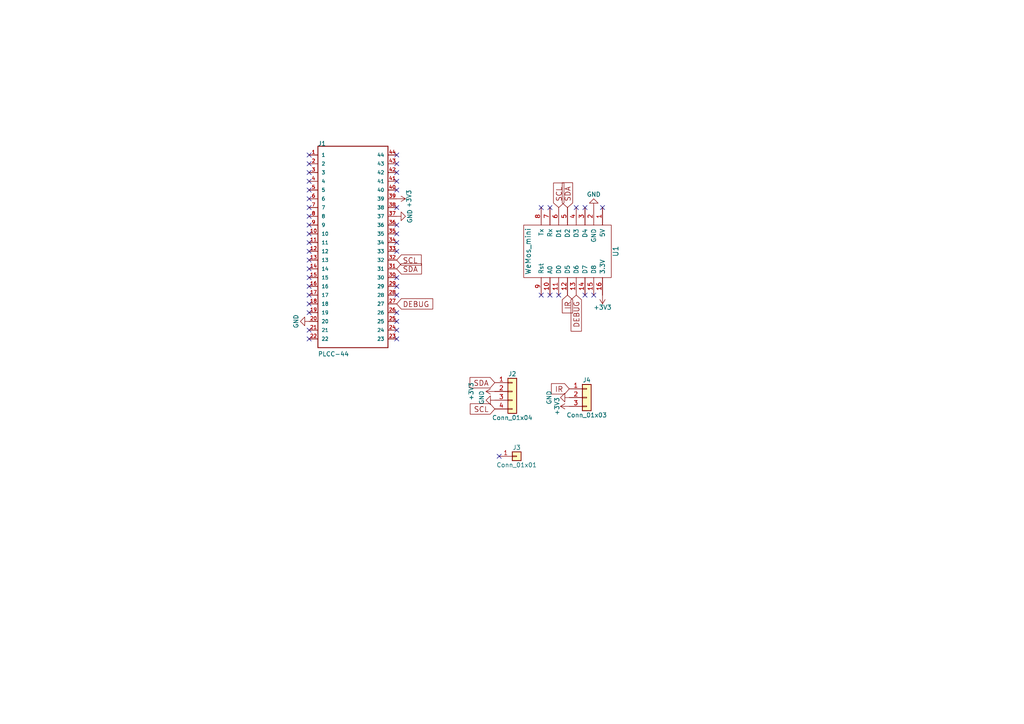
<source format=kicad_sch>
(kicad_sch (version 20230121) (generator eeschema)
  (paper "A4")
  (lib_symbols
    (symbol "EspToGbs-rescue:+3.3V" (power) (pin_names (offset 0))
      (property "Value" "+3.3V" (at 0 3.556 0))
      (symbol "+3.3V_0_1"
        (polyline (pts (xy -0.762 1.27) (xy 0 2.54)))
        (polyline (pts (xy 0 0) (xy 0 2.54)))
        (polyline (pts (xy 0 2.54) (xy 0.762 1.27)))
      )
      (symbol "+3.3V_1_1"
        (pin power_in line (at 0 0 90) (length 0) hide (name "+3V3") (number "1"))
      )
    )
    (symbol "EspToGbs-rescue:Conn_01x01" (pin_names (offset 1.016) hide)
      (property "Reference" "J" (at 0 2.54 0))
      (property "Value" "Conn_01x01" (at 0 -2.54 0))
      (symbol "Conn_01x01_1_1"
        (rectangle (start -1.27 0.127) (end 0 -0.127) (stroke (width 0.1524)))
        (rectangle (start -1.27 1.27) (end 1.27 -1.27) (stroke (width 0.254)) (fill (type background)))
        (pin passive line (at -5.08 0 0) (length 3.81) (name "Pin_1") (number "1"))
      )
    )
    (symbol "EspToGbs-rescue:Conn_01x03" (pin_names (offset 1.016) hide)
      (property "Reference" "J" (at 0 5.08 0))
      (property "Value" "Conn_01x03" (at 0 -5.08 0))
      (symbol "Conn_01x03_1_1"
        (rectangle (start -1.27 -2.413) (end 0 -2.667) (stroke (width 0.1524)))
        (rectangle (start -1.27 0.127) (end 0 -0.127) (stroke (width 0.1524)))
        (rectangle (start -1.27 2.667) (end 0 2.413) (stroke (width 0.1524)))
        (rectangle (start -1.27 3.81) (end 1.27 -3.81) (stroke (width 0.254)) (fill (type background)))
        (pin passive line (at -5.08 2.54 0) (length 3.81) (name "Pin_1") (number "1"))
        (pin passive line (at -5.08 0 0) (length 3.81) (name "Pin_2") (number "2"))
        (pin passive line (at -5.08 -2.54 0) (length 3.81) (name "Pin_3") (number "3"))
      )
    )
    (symbol "EspToGbs-rescue:Conn_01x04" (pin_names (offset 1.016) hide)
      (property "Reference" "J" (at 0 5.08 0))
      (property "Value" "Conn_01x04" (at 0 -7.62 0))
      (symbol "Conn_01x04_1_1"
        (rectangle (start -1.27 -4.953) (end 0 -5.207) (stroke (width 0.1524)))
        (rectangle (start -1.27 -2.413) (end 0 -2.667) (stroke (width 0.1524)))
        (rectangle (start -1.27 0.127) (end 0 -0.127) (stroke (width 0.1524)))
        (rectangle (start -1.27 2.667) (end 0 2.413) (stroke (width 0.1524)))
        (rectangle (start -1.27 3.81) (end 1.27 -6.35) (stroke (width 0.254)) (fill (type background)))
        (pin passive line (at -5.08 2.54 0) (length 3.81) (name "Pin_1") (number "1"))
        (pin passive line (at -5.08 0 0) (length 3.81) (name "Pin_2") (number "2"))
        (pin passive line (at -5.08 -2.54 0) (length 3.81) (name "Pin_3") (number "3"))
        (pin passive line (at -5.08 -5.08 0) (length 3.81) (name "Pin_4") (number "4"))
      )
    )
    (symbol "EspToGbs-rescue:GND" (power) (pin_names (offset 0))
      (property "Value" "GND" (at 0 -3.81 0))
      (symbol "GND_0_1"
        (polyline (pts (xy 0 0) (xy 0 -1.27) (xy 1.27 -1.27) (xy 0 -2.54) (xy -1.27 -1.27) (xy 0 -1.27)))
      )
      (symbol "GND_1_1"
        (pin power_in line (at 0 0 270) (length 0) hide (name "GND") (number "1"))
      )
    )
    (symbol "PLCC-44_1" (pin_names (offset 1.016))
      (property "Reference" "J" (at -10.1854 27.9908 0))
      (property "Value" "PLCC-44" (at -10.16 -33.0454 0))
      (symbol "PLCC-44_1_0_0"
        (polyline (pts (xy -10.16 -30.48) (xy 10.16 -30.48)) (stroke (width 0.254)))
        (polyline (pts (xy -10.16 27.94) (xy -10.16 -30.48)) (stroke (width 0.254)))
        (polyline (pts (xy 10.16 -30.48) (xy 10.16 27.94)) (stroke (width 0.254)))
        (polyline (pts (xy 10.16 27.94) (xy -10.16 27.94)) (stroke (width 0.254)))
        (pin passive line (at -12.7 25.4 0) (length 2.54) (name "1") (number "1"))
        (pin passive line (at -12.7 2.54 0) (length 2.54) (name "10") (number "10"))
        (pin passive line (at -12.7 0 0) (length 2.54) (name "11") (number "11"))
        (pin passive line (at -12.7 -2.54 0) (length 2.54) (name "12") (number "12"))
        (pin passive line (at -12.7 -5.08 0) (length 2.54) (name "13") (number "13"))
        (pin passive line (at -12.7 -7.62 0) (length 2.54) (name "14") (number "14"))
        (pin passive line (at -12.7 -10.16 0) (length 2.54) (name "15") (number "15"))
        (pin passive line (at -12.7 -12.7 0) (length 2.54) (name "16") (number "16"))
        (pin passive line (at -12.7 -15.24 0) (length 2.54) (name "17") (number "17"))
        (pin passive line (at -12.7 -17.78 0) (length 2.54) (name "18") (number "18"))
        (pin passive line (at -12.7 -20.32 0) (length 2.54) (name "19") (number "19"))
        (pin passive line (at -12.7 22.86 0) (length 2.54) (name "2") (number "2"))
        (pin passive line (at -12.7 -22.86 0) (length 2.54) (name "20") (number "20"))
        (pin passive line (at -12.7 -25.4 0) (length 2.54) (name "21") (number "21"))
        (pin passive line (at -12.7 -27.94 0) (length 2.54) (name "22") (number "22"))
        (pin passive line (at 12.7 -27.94 180) (length 2.54) (name "23") (number "23"))
        (pin passive line (at 12.7 -25.4 180) (length 2.54) (name "24") (number "24"))
        (pin passive line (at 12.7 -22.86 180) (length 2.54) (name "25") (number "25"))
        (pin passive line (at 12.7 -20.32 180) (length 2.54) (name "26") (number "26"))
        (pin passive line (at 12.7 -17.78 180) (length 2.54) (name "27") (number "27"))
        (pin passive line (at 12.7 -15.24 180) (length 2.54) (name "28") (number "28"))
        (pin passive line (at 12.7 -12.7 180) (length 2.54) (name "29") (number "29"))
        (pin passive line (at -12.7 20.32 0) (length 2.54) (name "3") (number "3"))
        (pin passive line (at 12.7 -10.16 180) (length 2.54) (name "30") (number "30"))
        (pin passive line (at 12.7 -7.62 180) (length 2.54) (name "31") (number "31"))
        (pin passive line (at 12.7 -5.08 180) (length 2.54) (name "32") (number "32"))
        (pin passive line (at 12.7 -2.54 180) (length 2.54) (name "33") (number "33"))
        (pin passive line (at 12.7 0 180) (length 2.54) (name "34") (number "34"))
        (pin passive line (at 12.7 2.54 180) (length 2.54) (name "35") (number "35"))
        (pin passive line (at 12.7 5.08 180) (length 2.54) (name "36") (number "36"))
        (pin passive line (at 12.7 7.62 180) (length 2.54) (name "37") (number "37"))
        (pin passive line (at 12.7 10.16 180) (length 2.54) (name "38") (number "38"))
        (pin passive line (at 12.7 12.7 180) (length 2.54) (name "39") (number "39"))
        (pin passive line (at -12.7 17.78 0) (length 2.54) (name "4") (number "4"))
        (pin passive line (at 12.7 15.24 180) (length 2.54) (name "40") (number "40"))
        (pin passive line (at 12.7 17.78 180) (length 2.54) (name "41") (number "41"))
        (pin passive line (at 12.7 20.32 180) (length 2.54) (name "42") (number "42"))
        (pin passive line (at 12.7 22.86 180) (length 2.54) (name "43") (number "43"))
        (pin passive line (at 12.7 25.4 180) (length 2.54) (name "44") (number "44"))
        (pin passive line (at -12.7 15.24 0) (length 2.54) (name "5") (number "5"))
        (pin passive line (at -12.7 12.7 0) (length 2.54) (name "6") (number "6"))
        (pin passive line (at -12.7 10.16 0) (length 2.54) (name "7") (number "7"))
        (pin passive line (at -12.7 7.62 0) (length 2.54) (name "8") (number "8"))
        (pin passive line (at -12.7 5.08 0) (length 2.54) (name "9") (number "9"))
      )
    )
    (symbol "PLCC-44_2" (pin_names (offset 1.016))
      (property "Reference" "J" (at -10.1854 27.9908 0))
      (property "Value" "PLCC-44" (at -10.16 -33.0454 0))
      (symbol "PLCC-44_2_0_0"
        (polyline (pts (xy -10.16 -30.48) (xy 10.16 -30.48)) (stroke (width 0.254)))
        (polyline (pts (xy -10.16 27.94) (xy -10.16 -30.48)) (stroke (width 0.254)))
        (polyline (pts (xy 10.16 -30.48) (xy 10.16 27.94)) (stroke (width 0.254)))
        (polyline (pts (xy 10.16 27.94) (xy -10.16 27.94)) (stroke (width 0.254)))
        (pin passive line (at -12.7 25.4 0) (length 2.54) (name "1") (number "1"))
        (pin passive line (at -12.7 2.54 0) (length 2.54) (name "10") (number "10"))
        (pin passive line (at -12.7 0 0) (length 2.54) (name "11") (number "11"))
        (pin passive line (at -12.7 -2.54 0) (length 2.54) (name "12") (number "12"))
        (pin passive line (at -12.7 -5.08 0) (length 2.54) (name "13") (number "13"))
        (pin passive line (at -12.7 -7.62 0) (length 2.54) (name "14") (number "14"))
        (pin passive line (at -12.7 -10.16 0) (length 2.54) (name "15") (number "15"))
        (pin passive line (at -12.7 -12.7 0) (length 2.54) (name "16") (number "16"))
        (pin passive line (at -12.7 -15.24 0) (length 2.54) (name "17") (number "17"))
        (pin passive line (at -12.7 -17.78 0) (length 2.54) (name "18") (number "18"))
        (pin passive line (at -12.7 -20.32 0) (length 2.54) (name "19") (number "19"))
        (pin passive line (at -12.7 22.86 0) (length 2.54) (name "2") (number "2"))
        (pin passive line (at -12.7 -22.86 0) (length 2.54) (name "20") (number "20"))
        (pin passive line (at -12.7 -25.4 0) (length 2.54) (name "21") (number "21"))
        (pin passive line (at -12.7 -27.94 0) (length 2.54) (name "22") (number "22"))
        (pin passive line (at 12.7 -27.94 180) (length 2.54) (name "23") (number "23"))
        (pin passive line (at 12.7 -25.4 180) (length 2.54) (name "24") (number "24"))
        (pin passive line (at 12.7 -22.86 180) (length 2.54) (name "25") (number "25"))
        (pin passive line (at 12.7 -20.32 180) (length 2.54) (name "26") (number "26"))
        (pin passive line (at 12.7 -17.78 180) (length 2.54) (name "27") (number "27"))
        (pin passive line (at 12.7 -15.24 180) (length 2.54) (name "28") (number "28"))
        (pin passive line (at 12.7 -12.7 180) (length 2.54) (name "29") (number "29"))
        (pin passive line (at -12.7 20.32 0) (length 2.54) (name "3") (number "3"))
        (pin passive line (at 12.7 -10.16 180) (length 2.54) (name "30") (number "30"))
        (pin passive line (at 12.7 -7.62 180) (length 2.54) (name "31") (number "31"))
        (pin passive line (at 12.7 -5.08 180) (length 2.54) (name "32") (number "32"))
        (pin passive line (at 12.7 -2.54 180) (length 2.54) (name "33") (number "33"))
        (pin passive line (at 12.7 0 180) (length 2.54) (name "34") (number "34"))
        (pin passive line (at 12.7 2.54 180) (length 2.54) (name "35") (number "35"))
        (pin passive line (at 12.7 5.08 180) (length 2.54) (name "36") (number "36"))
        (pin passive line (at 12.7 7.62 180) (length 2.54) (name "37") (number "37"))
        (pin passive line (at 12.7 10.16 180) (length 2.54) (name "38") (number "38"))
        (pin passive line (at 12.7 12.7 180) (length 2.54) (name "39") (number "39"))
        (pin passive line (at -12.7 17.78 0) (length 2.54) (name "4") (number "4"))
        (pin passive line (at 12.7 15.24 180) (length 2.54) (name "40") (number "40"))
        (pin passive line (at 12.7 17.78 180) (length 2.54) (name "41") (number "41"))
        (pin passive line (at 12.7 20.32 180) (length 2.54) (name "42") (number "42"))
        (pin passive line (at 12.7 22.86 180) (length 2.54) (name "43") (number "43"))
        (pin passive line (at 12.7 25.4 180) (length 2.54) (name "44") (number "44"))
        (pin passive line (at -12.7 15.24 0) (length 2.54) (name "5") (number "5"))
        (pin passive line (at -12.7 12.7 0) (length 2.54) (name "6") (number "6"))
        (pin passive line (at -12.7 10.16 0) (length 2.54) (name "7") (number "7"))
        (pin passive line (at -12.7 7.62 0) (length 2.54) (name "8") (number "8"))
        (pin passive line (at -12.7 5.08 0) (length 2.54) (name "9") (number "9"))
      )
    )
    (symbol "wemos_mini:WeMos_mini" (pin_names (offset 1.016))
      (property "Reference" "U" (at 0 12.7 0))
      (property "Value" "WeMos_mini" (at 0 -12.7 0))
      (property "Datasheet" "http://www.wemos.cc/Products/d1_mini.html" (at 13.97 -17.78 0))
      (symbol "WeMos_mini_0_1"
        (rectangle (start -7.62 11.43) (end 7.62 -13.97))
      )
      (symbol "WeMos_mini_1_1"
        (pin power_in line (at -12.7 8.89 0) (length 5.08) (name "5V") (number "1"))
        (pin bidirectional line (at 12.7 -6.35 180) (length 5.08) (name "A0") (number "10"))
        (pin bidirectional line (at 12.7 -3.81 180) (length 5.08) (name "D0") (number "11"))
        (pin bidirectional line (at 12.7 -1.27 180) (length 5.08) (name "D5") (number "12"))
        (pin bidirectional line (at 12.7 1.27 180) (length 5.08) (name "D6") (number "13"))
        (pin bidirectional line (at 12.7 3.81 180) (length 5.08) (name "D7") (number "14"))
        (pin bidirectional line (at 12.7 6.35 180) (length 5.08) (name "D8") (number "15"))
        (pin power_out line (at 12.7 8.89 180) (length 5.08) (name "3.3V") (number "16"))
        (pin power_in line (at -12.7 6.35 0) (length 5.08) (name "GND") (number "2"))
        (pin bidirectional line (at -12.7 3.81 0) (length 5.08) (name "D4") (number "3"))
        (pin bidirectional line (at -12.7 1.27 0) (length 5.08) (name "D3") (number "4"))
        (pin bidirectional line (at -12.7 -1.27 0) (length 5.08) (name "D2") (number "5"))
        (pin bidirectional line (at -12.7 -3.81 0) (length 5.08) (name "D1") (number "6"))
        (pin bidirectional line (at -12.7 -6.35 0) (length 5.08) (name "Rx") (number "7"))
        (pin bidirectional line (at -12.7 -8.89 0) (length 5.08) (name "Tx") (number "8"))
        (pin bidirectional line (at 12.7 -8.89 180) (length 5.08) (name "Rst") (number "9"))
      )
    )
  )
  (no_connect (at 89.662 88.138))
  (no_connect (at 156.972 85.598))
  (no_connect (at 89.662 65.278))
  (no_connect (at 174.752 60.198))
  (no_connect (at 115.062 47.498))
  (no_connect (at 89.662 75.438))
  (no_connect (at 89.662 55.118))
  (no_connect (at 159.512 85.598))
  (no_connect (at 89.662 60.198))
  (no_connect (at 144.78 132.334))
  (no_connect (at 172.212 85.598))
  (no_connect (at 162.052 85.598))
  (no_connect (at 115.062 72.898))
  (no_connect (at 156.972 60.198))
  (no_connect (at 89.662 77.978))
  (no_connect (at 89.662 57.658))
  (no_connect (at 115.062 83.058))
  (no_connect (at 89.662 95.758))
  (no_connect (at 89.662 70.358))
  (no_connect (at 89.662 80.518))
  (no_connect (at 115.062 70.358))
  (no_connect (at 89.662 98.298))
  (no_connect (at 115.062 65.278))
  (no_connect (at 115.062 60.198))
  (no_connect (at 115.062 55.118))
  (no_connect (at 159.512 60.198))
  (no_connect (at 89.662 67.818))
  (no_connect (at 89.662 52.578))
  (no_connect (at 115.062 52.578))
  (no_connect (at 89.662 72.898))
  (no_connect (at 89.662 47.498))
  (no_connect (at 89.662 90.678))
  (no_connect (at 169.672 85.598))
  (no_connect (at 115.062 80.518))
  (no_connect (at 89.662 62.738))
  (no_connect (at 89.662 83.058))
  (no_connect (at 89.662 50.038))
  (no_connect (at 115.062 50.038))
  (no_connect (at 115.062 44.958))
  (no_connect (at 89.662 85.598))
  (no_connect (at 167.132 60.198))
  (no_connect (at 115.062 67.818))
  (no_connect (at 115.062 85.598))
  (no_connect (at 169.672 60.198))
  (no_connect (at 115.062 90.678))
  (no_connect (at 115.062 93.218))
  (no_connect (at 89.662 44.958))
  (no_connect (at 115.062 95.758))
  (no_connect (at 115.062 98.298))
  (global_label "SCL" (shape input) (at 115.062 75.438 0) (effects (font (size 1.524 1.524))) (property "Intersheetrefs" "${INTERSHEET_REFS}" (effects hide)))
  (global_label "SDA" (shape input) (at 115.062 77.978 0) (effects (font (size 1.524 1.524))) (property "Intersheetrefs" "${INTERSHEET_REFS}" (effects hide)))
  (global_label "SDA" (shape input) (at 143.51 110.998 180) (effects (font (size 1.524 1.524))) (property "Intersheetrefs" "${INTERSHEET_REFS}" (effects hide)))
  (global_label "IR" (shape input) (at 165.1 112.776 180) (effects (font (size 1.524 1.524))) (property "Intersheetrefs" "${INTERSHEET_REFS}" (effects hide)))
  (global_label "DEBUG" (shape input) (at 115.062 88.138 0) (effects (font (size 1.524 1.524))) (property "Intersheetrefs" "${INTERSHEET_REFS}" (effects hide)))
  (global_label "SCL" (shape input) (at 143.51 118.618 180) (effects (font (size 1.524 1.524))) (property "Intersheetrefs" "${INTERSHEET_REFS}" (effects hide)))
  (global_label "IR" (shape input) (at 164.592 85.598 270) (effects (font (size 1.524 1.524))) (property "Intersheetrefs" "${INTERSHEET_REFS}" (effects hide)))
  (global_label "DEBUG" (shape input) (at 167.132 85.598 270) (effects (font (size 1.524 1.524))) (property "Intersheetrefs" "${INTERSHEET_REFS}" (effects hide)))
  (global_label "SDA" (shape input) (at 164.592 60.198 90) (effects (font (size 1.524 1.524))) (property "Intersheetrefs" "${INTERSHEET_REFS}" (effects hide)))
  (global_label "SCL" (shape input) (at 162.052 60.198 90) (effects (font (size 1.524 1.524))) (property "Intersheetrefs" "${INTERSHEET_REFS}" (effects hide)))
  (symbol (lib_id "wemos_mini:WeMos_mini") (at 165.862 72.898 270) (unit 1)
    (property "Reference" "U1" (at 178.562 72.898 0) (effects (font (size 1.524 1.524))))
    (property "Value" "WeMos_mini" (at 153.162 72.898 0) (effects (font (size 1.524 1.524))))
    (property "Footprint" "wemos_d1_mini:D1_mini_board" (effects hide))
  )
  (symbol (lib_name "PLCC-44_2") (lib_id "PLCC-44:PLCC-44") (at 102.362 70.358 0) (unit 1)
    (property "Reference" "J1" (at 92.1766 42.3672 0) (effects (justify left bottom)))
    (property "Value" "PLCC-44" (at 92.202 103.4034 0) (effects (justify left bottom)))
    (property "Footprint" "PLCC-44:PLCC-44_THT-Socket" (effects hide))
    (property "Datasheet" "FISCHER ELEKTRONIK" (effects hide))
    (property "Field4" "MANUFACTRER RECOMMENDATIONS" (effects hide))
    (property "Field5" "NA" (effects hide))
  )
  (symbol (lib_id "EspToGbs-rescue:+3.3V") (at 174.752 85.598 180) (unit 1)
    (property "Reference" "#PWR01" (effects hide))
    (property "Value" "+3.3V" (at 174.752 89.154 0))
  )
  (symbol (lib_id "EspToGbs-rescue:+3.3V") (at 115.062 57.658 270) (unit 1)
    (property "Reference" "#PWR02" (effects hide))
    (property "Value" "+3.3V" (at 118.618 57.658 0))
  )
  (symbol (lib_id "EspToGbs-rescue:GND") (at 172.212 60.198 180) (unit 1)
    (property "Reference" "#PWR03" (effects hide))
    (property "Value" "GND" (at 172.212 56.388 0))
  )
  (symbol (lib_id "EspToGbs-rescue:GND") (at 115.062 62.738 90) (unit 1)
    (property "Reference" "#PWR04" (effects hide))
    (property "Value" "GND" (at 118.872 62.738 0))
  )
  (symbol (lib_id "EspToGbs-rescue:GND") (at 89.662 93.218 270) (unit 1)
    (property "Reference" "#PWR05" (effects hide))
    (property "Value" "GND" (at 85.852 93.218 0))
  )
  (symbol (lib_id "EspToGbs-rescue:Conn_01x04") (at 148.59 113.538 0) (unit 1)
    (property "Reference" "J2" (at 148.59 108.458 0))
    (property "Value" "Conn_01x04" (at 148.59 121.158 0))
    (property "Footprint" "I2C:I2C" (effects hide))
  )
  (symbol (lib_id "EspToGbs-rescue:GND") (at 165.1 115.316 270) (unit 1)
    (property "Reference" "#PWR06" (effects hide))
    (property "Value" "GND" (at 159.258 115.316 0))
  )
  (symbol (lib_id "EspToGbs-rescue:+3.3V") (at 143.51 113.538 90) (unit 1)
    (property "Reference" "#PWR07" (effects hide))
    (property "Value" "+3.3V" (at 136.652 113.538 0))
  )
  (symbol (lib_id "EspToGbs-rescue:Conn_01x01") (at 149.86 132.334 0) (unit 1)
    (property "Reference" "J3" (at 149.86 129.794 0))
    (property "Value" "Conn_01x01" (at 149.86 134.874 0))
    (property "Footprint" "tortule:logo" (effects hide))
  )
  (symbol (lib_id "EspToGbs-rescue:Conn_01x03") (at 170.18 115.316 0) (unit 1)
    (property "Reference" "J4" (at 170.18 110.236 0))
    (property "Value" "Conn_01x03" (at 170.18 120.396 0))
    (property "Footprint" "IR:IR" (effects hide))
  )
  (symbol (lib_id "EspToGbs-rescue:GND") (at 143.51 116.078 270) (unit 1)
    (property "Reference" "#PWR08" (effects hide))
    (property "Value" "GND" (at 139.7 115.316 0))
  )
  (symbol (lib_id "EspToGbs-rescue:+3.3V") (at 165.1 117.856 90) (unit 1)
    (property "Reference" "#PWR09" (effects hide))
    (property "Value" "+3.3V" (at 161.544 117.856 0))
  )
)
</source>
